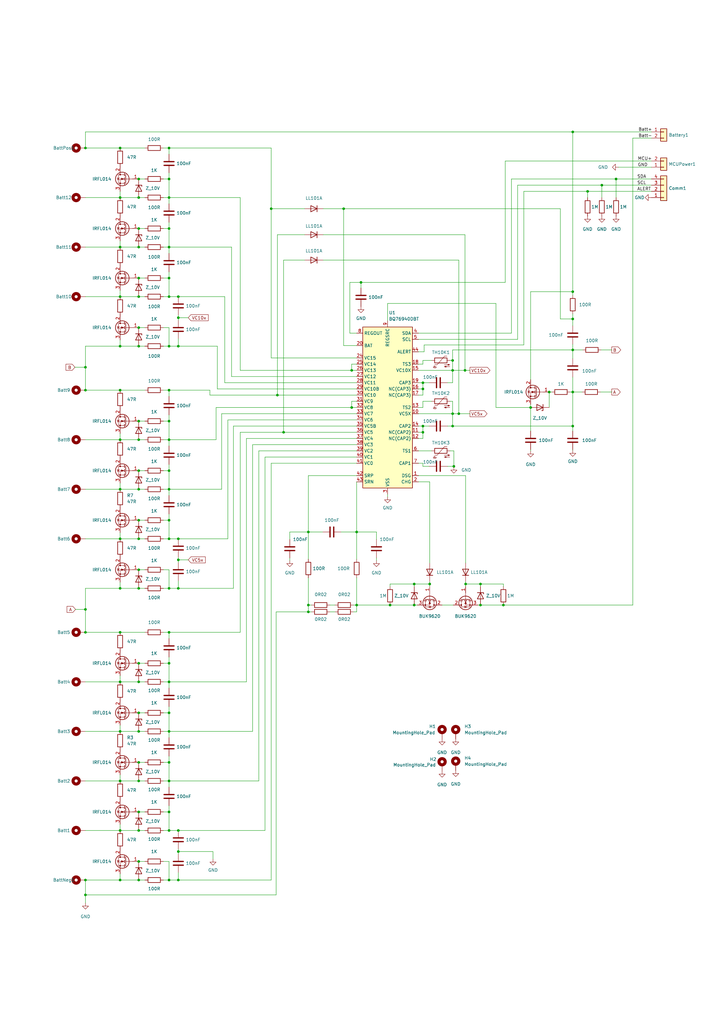
<source format=kicad_sch>
(kicad_sch (version 20211123) (generator eeschema)
  (paper "A3" portrait)
  (junction (at 56.896 141.986))
  (junction (at 69.342 141.986))
  (junction (at 126.492 218.186))
  (junction (at 49.276 360.934))
  (junction (at 234.95 160.782))
  (junction (at 116.332 177.292))
  (junction (at 49.276 180.34))
  (junction (at 49.276 81.026))
  (junction (at 69.342 299.974))
  (junction (at 49.276 340.614))
  (junction (at 49.276 141.986))
  (junction (at 56.896 114.046))
  (junction (at 69.342 172.72))
  (junction (at 176.276 239.522))
  (junction (at 56.896 93.726))
  (junction (at 49.276 241.3))
  (junction (at 69.342 292.354))
  (junction (at 69.342 320.294))
  (junction (at 69.342 160.02))
  (junction (at 173.482 174.752))
  (junction (at 241.046 78.486))
  (junction (at 69.342 272.034))
  (junction (at 126.492 250.952))
  (junction (at 69.342 73.406))
  (junction (at 49.276 101.346))
  (junction (at 56.896 233.68))
  (junction (at 173.482 156.972))
  (junction (at 69.342 340.614))
  (junction (at 73.152 220.98))
  (junction (at 190.754 151.892))
  (junction (at 56.896 360.934))
  (junction (at 56.896 134.366))
  (junction (at 49.276 259.334))
  (junction (at 69.342 312.674))
  (junction (at 173.482 177.292))
  (junction (at 160.02 248.158))
  (junction (at 69.342 213.36))
  (junction (at 69.342 360.934))
  (junction (at 126.492 248.158))
  (junction (at 206.502 248.158))
  (junction (at 35.052 259.334))
  (junction (at 35.052 249.936))
  (junction (at 56.896 279.654))
  (junction (at 69.342 279.654))
  (junction (at 73.152 241.3))
  (junction (at 56.896 121.666))
  (junction (at 56.896 180.34))
  (junction (at 173.482 159.512))
  (junction (at 146.304 218.186))
  (junction (at 73.152 340.614))
  (junction (at 185.674 169.672))
  (junction (at 56.896 320.294))
  (junction (at 69.342 114.046))
  (junction (at 56.896 312.674))
  (junction (at 35.052 160.02))
  (junction (at 56.896 332.994))
  (junction (at 73.152 360.934))
  (junction (at 69.342 81.026))
  (junction (at 148.082 115.824))
  (junction (at 246.888 75.946))
  (junction (at 234.95 143.51))
  (junction (at 69.342 121.666))
  (junction (at 69.342 60.706))
  (junction (at 35.052 367.03))
  (junction (at 56.896 353.314))
  (junction (at 69.342 101.346))
  (junction (at 185.674 147.828))
  (junction (at 56.896 200.66))
  (junction (at 191.008 239.522))
  (junction (at 56.896 220.98))
  (junction (at 49.276 320.294))
  (junction (at 56.896 213.36))
  (junction (at 197.104 239.522))
  (junction (at 56.896 101.346))
  (junction (at 49.276 160.02))
  (junction (at 49.276 121.666))
  (junction (at 35.052 150.622))
  (junction (at 73.152 141.986))
  (junction (at 197.104 248.158))
  (junction (at 49.276 220.98))
  (junction (at 234.95 174.752))
  (junction (at 146.304 248.158))
  (junction (at 73.152 130.302))
  (junction (at 169.926 239.522))
  (junction (at 69.342 180.34))
  (junction (at 49.276 60.706))
  (junction (at 56.896 299.974))
  (junction (at 35.052 60.706))
  (junction (at 111.252 85.598))
  (junction (at 69.342 220.98))
  (junction (at 56.896 292.354))
  (junction (at 49.276 200.66))
  (junction (at 186.182 191.262))
  (junction (at 252.73 73.406))
  (junction (at 234.95 119.634))
  (junction (at 234.95 130.81))
  (junction (at 234.95 54.102))
  (junction (at 225.298 160.782))
  (junction (at 188.214 169.672))
  (junction (at 140.97 85.598))
  (junction (at 217.678 167.132))
  (junction (at 144.272 151.892))
  (junction (at 56.896 73.406))
  (junction (at 73.152 229.616))
  (junction (at 56.896 241.3))
  (junction (at 144.272 167.132))
  (junction (at 169.926 248.158))
  (junction (at 69.342 93.726))
  (junction (at 35.052 360.934))
  (junction (at 49.276 279.654))
  (junction (at 56.896 172.72))
  (junction (at 73.152 121.666))
  (junction (at 185.674 151.892))
  (junction (at 69.342 332.994))
  (junction (at 185.674 174.752))
  (junction (at 56.896 81.026))
  (junction (at 69.342 259.334))
  (junction (at 69.342 241.3))
  (junction (at 69.342 193.04))
  (junction (at 113.792 162.052))
  (junction (at 69.342 200.66))
  (junction (at 56.896 340.614))
  (junction (at 56.896 272.034))
  (junction (at 73.152 349.25))
  (junction (at 49.276 299.974))
  (junction (at 56.896 193.04))
  (wire (pts (xy 188.214 106.68) (xy 188.214 169.672)))
  (wire (pts (xy 49.276 101.346) (xy 56.896 101.346)))
  (wire (pts (xy 140.97 85.598) (xy 140.97 141.732)))
  (wire (pts (xy 185.674 147.828) (xy 185.674 151.892)))
  (wire (pts (xy 192.786 169.672) (xy 188.214 169.672)))
  (wire (pts (xy 143.51 115.824) (xy 143.51 136.652)))
  (wire (pts (xy 246.38 160.782) (xy 250.952 160.782)))
  (wire (pts (xy 69.342 200.66) (xy 90.932 200.66)))
  (wire (pts (xy 87.376 349.25) (xy 73.152 349.25)))
  (wire (pts (xy 146.304 248.158) (xy 160.02 248.158)))
  (wire (pts (xy 56.896 292.354) (xy 59.436 292.354)))
  (wire (pts (xy 67.056 292.354) (xy 69.342 292.354)))
  (wire (pts (xy 73.152 229.616) (xy 73.152 230.632)))
  (wire (pts (xy 30.734 150.622) (xy 35.052 150.622)))
  (wire (pts (xy 217.678 167.132) (xy 217.678 176.784)))
  (wire (pts (xy 171.704 156.972) (xy 173.482 156.972)))
  (wire (pts (xy 35.052 150.622) (xy 35.052 160.02)))
  (wire (pts (xy 126.492 250.952) (xy 113.284 250.952)))
  (wire (pts (xy 69.342 141.986) (xy 67.056 141.986)))
  (wire (pts (xy 234.95 143.51) (xy 185.674 143.51)))
  (wire (pts (xy 73.152 349.25) (xy 73.152 350.266)))
  (wire (pts (xy 56.896 213.36) (xy 59.436 213.36)))
  (wire (pts (xy 146.304 197.612) (xy 146.304 218.186)))
  (wire (pts (xy 135.382 250.952) (xy 137.414 250.952)))
  (wire (pts (xy 49.276 220.98) (xy 35.052 220.98)))
  (wire (pts (xy 98.552 151.892) (xy 144.272 151.892)))
  (wire (pts (xy 67.056 312.674) (xy 69.342 312.674)))
  (wire (pts (xy 171.704 197.612) (xy 176.276 197.612)))
  (wire (pts (xy 185.674 164.592) (xy 185.674 169.672)))
  (wire (pts (xy 35.052 60.706) (xy 35.052 54.102)))
  (wire (pts (xy 69.342 310.134) (xy 69.342 312.674)))
  (wire (pts (xy 217.678 167.132) (xy 203.454 167.132)))
  (wire (pts (xy 69.342 190.5) (xy 69.342 193.04)))
  (wire (pts (xy 56.896 180.34) (xy 59.436 180.34)))
  (wire (pts (xy 56.896 279.654) (xy 59.436 279.654)))
  (wire (pts (xy 56.896 312.674) (xy 59.436 312.674)))
  (wire (pts (xy 56.896 114.046) (xy 59.436 114.046)))
  (wire (pts (xy 49.276 279.654) (xy 56.896 279.654)))
  (wire (pts (xy 106.172 184.912) (xy 106.172 320.294)))
  (wire (pts (xy 146.304 151.892) (xy 144.272 151.892)))
  (wire (pts (xy 259.588 56.642) (xy 259.588 248.158)))
  (wire (pts (xy 160.02 239.522) (xy 169.926 239.522)))
  (wire (pts (xy 67.056 121.666) (xy 69.342 121.666)))
  (wire (pts (xy 146.304 195.072) (xy 126.492 195.072)))
  (wire (pts (xy 49.276 259.334) (xy 59.436 259.334)))
  (wire (pts (xy 169.926 239.522) (xy 169.926 240.538)))
  (wire (pts (xy 146.304 187.452) (xy 108.712 187.452)))
  (wire (pts (xy 173.482 179.832) (xy 173.482 177.292)))
  (wire (pts (xy 56.896 360.934) (xy 59.436 360.934)))
  (wire (pts (xy 173.482 149.352) (xy 171.704 149.352)))
  (wire (pts (xy 67.056 193.04) (xy 69.342 193.04)))
  (wire (pts (xy 94.996 154.432) (xy 146.304 154.432)))
  (wire (pts (xy 69.342 299.974) (xy 103.632 299.974)))
  (wire (pts (xy 145.034 250.952) (xy 146.304 250.952)))
  (wire (pts (xy 86.106 162.052) (xy 86.106 160.02)))
  (wire (pts (xy 56.896 332.994) (xy 59.436 332.994)))
  (wire (pts (xy 173.482 147.828) (xy 173.482 149.352)))
  (wire (pts (xy 67.056 272.034) (xy 69.342 272.034)))
  (wire (pts (xy 69.342 289.814) (xy 69.342 292.354)))
  (wire (pts (xy 103.632 182.372) (xy 103.632 299.974)))
  (wire (pts (xy 173.482 167.132) (xy 171.704 167.132)))
  (wire (pts (xy 159.004 202.692) (xy 159.004 203.708)))
  (wire (pts (xy 69.342 172.72) (xy 69.342 180.34)))
  (wire (pts (xy 132.588 96.266) (xy 190.754 96.266)))
  (wire (pts (xy 108.712 187.452) (xy 108.712 340.614)))
  (wire (pts (xy 49.276 360.934) (xy 49.276 358.394)))
  (wire (pts (xy 69.342 180.34) (xy 88.646 180.34)))
  (wire (pts (xy 67.056 81.026) (xy 69.342 81.026)))
  (wire (pts (xy 69.342 279.654) (xy 101.092 279.654)))
  (wire (pts (xy 69.342 91.186) (xy 69.342 93.726)))
  (wire (pts (xy 154.432 218.186) (xy 146.304 218.186)))
  (wire (pts (xy 207.264 115.824) (xy 207.264 66.04)))
  (wire (pts (xy 56.896 93.726) (xy 59.436 93.726)))
  (wire (pts (xy 144.272 164.592) (xy 146.304 164.592)))
  (wire (pts (xy 126.492 236.982) (xy 126.492 248.158)))
  (wire (pts (xy 67.056 101.346) (xy 69.342 101.346)))
  (wire (pts (xy 49.276 81.026) (xy 56.896 81.026)))
  (wire (pts (xy 56.896 220.98) (xy 59.436 220.98)))
  (wire (pts (xy 35.052 54.102) (xy 234.95 54.102)))
  (wire (pts (xy 49.276 141.986) (xy 49.276 139.446)))
  (wire (pts (xy 73.152 238.252) (xy 73.152 241.3)))
  (wire (pts (xy 49.276 259.334) (xy 35.052 259.334)))
  (wire (pts (xy 173.99 141.478) (xy 173.99 144.272)))
  (wire (pts (xy 144.272 167.132) (xy 144.272 164.592)))
  (wire (pts (xy 176.276 239.522) (xy 169.926 239.522)))
  (wire (pts (xy 191.008 239.522) (xy 191.008 240.538)))
  (wire (pts (xy 69.342 114.046) (xy 69.342 121.666)))
  (wire (pts (xy 89.154 159.512) (xy 89.154 141.986)))
  (wire (pts (xy 144.272 149.352) (xy 144.272 151.892)))
  (wire (pts (xy 173.482 156.972) (xy 173.482 159.512)))
  (wire (pts (xy 145.034 248.158) (xy 146.304 248.158)))
  (wire (pts (xy 56.896 360.934) (xy 49.276 360.934)))
  (wire (pts (xy 98.552 151.892) (xy 98.552 81.026)))
  (wire (pts (xy 95.758 241.3) (xy 73.152 241.3)))
  (wire (pts (xy 173.482 156.972) (xy 176.022 156.972)))
  (wire (pts (xy 146.304 218.186) (xy 146.304 229.362)))
  (wire (pts (xy 95.758 174.752) (xy 95.758 241.3)))
  (wire (pts (xy 69.342 160.02) (xy 86.106 160.02)))
  (wire (pts (xy 186.182 191.262) (xy 183.642 191.262)))
  (wire (pts (xy 56.896 220.98) (xy 49.276 220.98)))
  (wire (pts (xy 73.152 130.302) (xy 77.216 130.302)))
  (wire (pts (xy 49.276 121.666) (xy 49.276 119.126)))
  (wire (pts (xy 73.152 228.6) (xy 73.152 229.616)))
  (wire (pts (xy 111.252 360.934) (xy 73.152 360.934)))
  (wire (pts (xy 214.884 141.478) (xy 214.884 78.486)))
  (wire (pts (xy 49.276 340.614) (xy 35.052 340.614)))
  (wire (pts (xy 160.02 248.158) (xy 169.926 248.158)))
  (wire (pts (xy 69.342 332.994) (xy 69.342 340.614)))
  (wire (pts (xy 89.154 141.986) (xy 73.152 141.986)))
  (wire (pts (xy 69.342 259.334) (xy 98.552 259.334)))
  (wire (pts (xy 69.342 210.82) (xy 69.342 213.36)))
  (wire (pts (xy 56.896 81.026) (xy 59.436 81.026)))
  (wire (pts (xy 69.342 81.026) (xy 98.552 81.026)))
  (wire (pts (xy 229.87 130.81) (xy 229.87 85.598)))
  (wire (pts (xy 173.482 174.752) (xy 173.482 177.292)))
  (wire (pts (xy 49.276 121.666) (xy 35.052 121.666)))
  (wire (pts (xy 173.482 164.592) (xy 173.482 167.132)))
  (wire (pts (xy 197.104 240.538) (xy 197.104 239.522)))
  (wire (pts (xy 56.896 340.614) (xy 49.276 340.614)))
  (wire (pts (xy 206.502 239.522) (xy 197.104 239.522)))
  (wire (pts (xy 69.342 330.454) (xy 69.342 332.994)))
  (wire (pts (xy 35.052 141.986) (xy 35.052 150.622)))
  (wire (pts (xy 69.342 279.654) (xy 69.342 282.194)))
  (wire (pts (xy 148.082 118.11) (xy 148.082 115.824)))
  (wire (pts (xy 203.454 124.46) (xy 159.004 124.46)))
  (wire (pts (xy 49.276 200.66) (xy 35.052 200.66)))
  (wire (pts (xy 185.674 151.892) (xy 190.754 151.892)))
  (wire (pts (xy 127.762 250.952) (xy 126.492 250.952)))
  (wire (pts (xy 140.97 141.732) (xy 146.304 141.732)))
  (wire (pts (xy 225.298 160.782) (xy 225.298 167.132)))
  (wire (pts (xy 69.342 134.366) (xy 69.342 141.986)))
  (wire (pts (xy 184.658 164.592) (xy 185.674 164.592)))
  (wire (pts (xy 88.646 167.132) (xy 144.272 167.132)))
  (wire (pts (xy 56.896 193.04) (xy 59.436 193.04)))
  (wire (pts (xy 69.342 170.18) (xy 69.342 172.72)))
  (wire (pts (xy 69.342 312.674) (xy 69.342 320.294)))
  (wire (pts (xy 49.276 220.98) (xy 49.276 218.44)))
  (wire (pts (xy 67.056 160.02) (xy 69.342 160.02)))
  (wire (pts (xy 49.276 299.974) (xy 49.276 297.434)))
  (wire (pts (xy 49.276 200.66) (xy 49.276 198.12)))
  (wire (pts (xy 181.356 248.158) (xy 185.928 248.158)))
  (wire (pts (xy 69.342 60.706) (xy 111.252 60.706)))
  (wire (pts (xy 259.588 56.642) (xy 267.208 56.642)))
  (wire (pts (xy 173.482 177.292) (xy 171.704 177.292)))
  (wire (pts (xy 67.056 213.36) (xy 69.342 213.36)))
  (wire (pts (xy 217.678 184.404) (xy 217.678 184.912)))
  (wire (pts (xy 56.896 272.034) (xy 59.436 272.034)))
  (wire (pts (xy 67.056 93.726) (xy 69.342 93.726)))
  (wire (pts (xy 185.674 174.752) (xy 234.95 174.752)))
  (wire (pts (xy 69.342 353.314) (xy 69.342 360.934)))
  (wire (pts (xy 246.634 143.51) (xy 250.952 143.51)))
  (wire (pts (xy 67.056 60.706) (xy 69.342 60.706)))
  (wire (pts (xy 148.082 115.824) (xy 207.264 115.824)))
  (wire (pts (xy 92.202 156.972) (xy 146.304 156.972)))
  (wire (pts (xy 184.658 184.912) (xy 186.182 184.912)))
  (wire (pts (xy 67.056 200.66) (xy 69.342 200.66)))
  (wire (pts (xy 89.154 159.512) (xy 146.304 159.512)))
  (wire (pts (xy 190.754 96.266) (xy 190.754 151.892)))
  (wire (pts (xy 234.95 143.51) (xy 239.014 143.51)))
  (wire (pts (xy 30.988 249.936) (xy 35.052 249.936)))
  (wire (pts (xy 173.99 144.272) (xy 171.704 144.272)))
  (wire (pts (xy 126.492 218.186) (xy 118.872 218.186)))
  (wire (pts (xy 67.056 233.68) (xy 69.342 233.68)))
  (wire (pts (xy 183.642 174.752) (xy 185.674 174.752)))
  (wire (pts (xy 146.304 218.186) (xy 139.954 218.186)))
  (wire (pts (xy 171.704 174.752) (xy 173.482 174.752)))
  (wire (pts (xy 69.342 93.726) (xy 69.342 101.346)))
  (wire (pts (xy 143.51 115.824) (xy 148.082 115.824)))
  (wire (pts (xy 146.304 149.352) (xy 144.272 149.352)))
  (wire (pts (xy 225.298 160.782) (xy 226.314 160.782)))
  (wire (pts (xy 173.99 141.478) (xy 214.884 141.478)))
  (wire (pts (xy 67.056 73.406) (xy 69.342 73.406)))
  (wire (pts (xy 69.342 73.406) (xy 69.342 81.026)))
  (wire (pts (xy 67.056 220.98) (xy 69.342 220.98)))
  (wire (pts (xy 116.332 177.292) (xy 98.552 177.292)))
  (wire (pts (xy 49.276 279.654) (xy 49.276 277.114)))
  (wire (pts (xy 246.888 75.946) (xy 246.888 81.026)))
  (wire (pts (xy 49.276 299.974) (xy 56.896 299.974)))
  (wire (pts (xy 73.152 348.234) (xy 73.152 349.25)))
  (wire (pts (xy 234.95 54.102) (xy 267.208 54.102)))
  (wire (pts (xy 185.674 174.752) (xy 185.674 169.672)))
  (wire (pts (xy 146.304 162.052) (xy 113.792 162.052)))
  (wire (pts (xy 73.152 130.302) (xy 73.152 131.318)))
  (wire (pts (xy 56.896 241.3) (xy 49.276 241.3)))
  (wire (pts (xy 49.276 180.34) (xy 35.052 180.34)))
  (wire (pts (xy 49.276 200.66) (xy 56.896 200.66)))
  (wire (pts (xy 73.152 360.934) (xy 69.342 360.934)))
  (wire (pts (xy 176.276 197.612) (xy 176.276 230.886)))
  (wire (pts (xy 118.872 228.854) (xy 118.872 229.87)))
  (wire (pts (xy 69.342 320.294) (xy 69.342 322.834)))
  (wire (pts (xy 73.152 129.286) (xy 73.152 130.302)))
  (wire (pts (xy 56.896 200.66) (xy 59.436 200.66)))
  (wire (pts (xy 69.342 193.04) (xy 69.342 200.66)))
  (wire (pts (xy 73.152 141.986) (xy 69.342 141.986)))
  (wire (pts (xy 69.342 111.506) (xy 69.342 114.046)))
  (wire (pts (xy 98.552 177.292) (xy 98.552 259.334)))
  (wire (pts (xy 252.73 73.406) (xy 267.208 73.406)))
  (wire (pts (xy 217.678 155.702) (xy 217.678 119.634)))
  (wire (pts (xy 197.104 239.522) (xy 191.008 239.522)))
  (wire (pts (xy 69.342 340.614) (xy 73.152 340.614)))
  (wire (pts (xy 124.968 96.266) (xy 113.792 96.266)))
  (wire (pts (xy 56.896 353.314) (xy 59.436 353.314)))
  (wire (pts (xy 146.304 179.832) (xy 101.092 179.832)))
  (wire (pts (xy 177.038 164.592) (xy 173.482 164.592)))
  (wire (pts (xy 56.896 233.68) (xy 59.436 233.68)))
  (wire (pts (xy 146.304 167.132) (xy 144.272 167.132)))
  (wire (pts (xy 171.704 139.192) (xy 212.344 139.192)))
  (wire (pts (xy 212.344 139.192) (xy 212.344 75.946)))
  (wire (pts (xy 67.056 353.314) (xy 69.342 353.314)))
  (wire (pts (xy 49.276 160.02) (xy 35.052 160.02)))
  (wire (pts (xy 69.342 101.346) (xy 69.342 103.886)))
  (wire (pts (xy 35.052 360.934) (xy 49.276 360.934)))
  (wire (pts (xy 67.056 299.974) (xy 69.342 299.974)))
  (wire (pts (xy 206.502 248.158) (xy 259.588 248.158)))
  (wire (pts (xy 234.95 130.81) (xy 229.87 130.81)))
  (wire (pts (xy 56.896 101.346) (xy 59.436 101.346)))
  (wire (pts (xy 35.052 241.3) (xy 35.052 249.936)))
  (wire (pts (xy 185.674 169.672) (xy 188.214 169.672)))
  (wire (pts (xy 67.056 340.614) (xy 69.342 340.614)))
  (wire (pts (xy 69.342 360.934) (xy 67.056 360.934)))
  (wire (pts (xy 171.704 151.892) (xy 185.674 151.892)))
  (wire (pts (xy 171.704 179.832) (xy 173.482 179.832)))
  (wire (pts (xy 67.056 332.994) (xy 69.342 332.994)))
  (wire (pts (xy 69.342 213.36) (xy 69.342 220.98)))
  (wire (pts (xy 234.95 143.51) (xy 234.95 147.066)))
  (wire (pts (xy 234.95 174.752) (xy 234.95 176.784)))
  (wire (pts (xy 67.056 114.046) (xy 69.342 114.046)))
  (wire (pts (xy 56.896 172.72) (xy 59.436 172.72)))
  (wire (pts (xy 171.704 159.512) (xy 173.482 159.512)))
  (wire (pts (xy 92.202 156.972) (xy 92.202 121.666)))
  (wire (pts (xy 49.276 320.294) (xy 56.896 320.294)))
  (wire (pts (xy 160.02 240.538) (xy 160.02 239.522)))
  (wire (pts (xy 93.472 220.98) (xy 73.152 220.98)))
  (wire (pts (xy 49.276 299.974) (xy 35.052 299.974)))
  (wire (pts (xy 154.432 221.234) (xy 154.432 218.186)))
  (wire (pts (xy 234.95 128.778) (xy 234.95 130.81)))
  (wire (pts (xy 111.252 85.598) (xy 111.252 60.706)))
  (wire (pts (xy 126.492 195.072) (xy 126.492 218.186)))
  (wire (pts (xy 171.704 169.672) (xy 185.674 169.672)))
  (wire (pts (xy 234.95 119.634) (xy 234.95 121.158)))
  (wire (pts (xy 92.202 121.666) (xy 73.152 121.666)))
  (wire (pts (xy 234.95 154.686) (xy 234.95 160.782)))
  (wire (pts (xy 67.056 279.654) (xy 69.342 279.654)))
  (wire (pts (xy 69.342 220.98) (xy 73.152 220.98)))
  (wire (pts (xy 69.342 121.666) (xy 73.152 121.666)))
  (wire (pts (xy 118.872 218.186) (xy 118.872 221.234)))
  (wire (pts (xy 146.304 250.952) (xy 146.304 248.158)))
  (wire (pts (xy 186.182 191.516) (xy 186.182 191.262)))
  (wire (pts (xy 183.642 156.972) (xy 185.674 156.972)))
  (wire (pts (xy 56.896 141.986) (xy 49.276 141.986)))
  (wire (pts (xy 132.334 218.186) (xy 126.492 218.186)))
  (wire (pts (xy 94.996 154.432) (xy 94.996 101.346)))
  (wire (pts (xy 35.052 367.03) (xy 35.052 370.332)))
  (wire (pts (xy 176.022 191.262) (xy 173.482 191.262)))
  (wire (pts (xy 234.95 130.81) (xy 234.95 133.604)))
  (wire (pts (xy 90.932 169.672) (xy 146.304 169.672)))
  (wire (pts (xy 234.95 54.102) (xy 234.95 119.634)))
  (wire (pts (xy 176.276 240.538) (xy 176.276 239.522)))
  (wire (pts (xy 146.304 184.912) (xy 106.172 184.912)))
  (wire (pts (xy 234.95 160.782) (xy 234.95 174.752)))
  (wire (pts (xy 214.884 78.486) (xy 241.046 78.486)))
  (wire (pts (xy 146.304 189.992) (xy 111.252 189.992)))
  (wire (pts (xy 69.342 269.494) (xy 69.342 272.034)))
  (wire (pts (xy 241.046 78.486) (xy 267.208 78.486)))
  (wire (pts (xy 173.482 191.262) (xy 173.482 189.992)))
  (wire (pts (xy 49.276 60.706) (xy 35.052 60.706)))
  (wire (pts (xy 49.276 320.294) (xy 49.276 317.754)))
  (wire (pts (xy 67.056 172.72) (xy 69.342 172.72)))
  (wire (pts (xy 69.342 272.034) (xy 69.342 279.654)))
  (wire (pts (xy 176.276 238.506) (xy 176.276 239.522)))
  (wire (pts (xy 217.678 165.862) (xy 217.678 167.132)))
  (wire (pts (xy 234.95 184.404) (xy 234.95 184.658)))
  (wire (pts (xy 171.704 195.072) (xy 191.008 195.072)))
  (wire (pts (xy 69.342 320.294) (xy 106.172 320.294)))
  (wire (pts (xy 56.896 121.666) (xy 59.436 121.666)))
  (wire (pts (xy 69.342 70.866) (xy 69.342 73.406)))
  (wire (pts (xy 35.052 141.986) (xy 49.276 141.986)))
  (wire (pts (xy 241.046 78.486) (xy 241.046 81.026)))
  (wire (pts (xy 113.284 250.952) (xy 113.284 367.03)))
  (wire (pts (xy 67.056 180.34) (xy 69.342 180.34)))
  (wire (pts (xy 73.152 138.938) (xy 73.152 141.986)))
  (wire (pts (xy 159.004 124.46) (xy 159.004 131.572)))
  (wire (pts (xy 56.896 73.406) (xy 59.436 73.406)))
  (wire (pts (xy 186.182 184.912) (xy 186.182 191.262)))
  (wire (pts (xy 69.342 160.02) (xy 69.342 162.56)))
  (wire (pts (xy 233.934 160.782) (xy 234.95 160.782)))
  (wire (pts (xy 49.276 60.706) (xy 59.436 60.706)))
  (wire (pts (xy 146.304 174.752) (xy 95.758 174.752)))
  (wire (pts (xy 69.342 241.3) (xy 67.056 241.3)))
  (wire (pts (xy 126.492 250.952) (xy 126.492 248.158)))
  (wire (pts (xy 143.51 136.652) (xy 146.304 136.652)))
  (wire (pts (xy 101.092 179.832) (xy 101.092 279.654)))
  (wire (pts (xy 185.674 156.972) (xy 185.674 151.892)))
  (wire (pts (xy 56.896 340.614) (xy 59.436 340.614)))
  (wire (pts (xy 49.276 340.614) (xy 49.276 338.074)))
  (wire (pts (xy 69.342 292.354) (xy 69.342 299.974)))
  (wire (pts (xy 90.932 169.672) (xy 90.932 200.66)))
  (wire (pts (xy 67.056 134.366) (xy 69.342 134.366)))
  (wire (pts (xy 111.252 189.992) (xy 111.252 360.934)))
  (wire (pts (xy 234.95 160.782) (xy 238.76 160.782)))
  (wire (pts (xy 69.342 299.974) (xy 69.342 302.514)))
  (wire (pts (xy 56.896 121.666) (xy 49.276 121.666)))
  (wire (pts (xy 126.492 218.186) (xy 126.492 229.362)))
  (wire (pts (xy 185.674 143.51) (xy 185.674 147.828)))
  (wire (pts (xy 49.276 180.34) (xy 56.896 180.34)))
  (wire (pts (xy 73.152 241.3) (xy 69.342 241.3)))
  (wire (pts (xy 173.482 189.992) (xy 171.704 189.992)))
  (wire (pts (xy 191.008 238.506) (xy 191.008 239.522)))
  (wire (pts (xy 35.052 367.03) (xy 35.052 360.934)))
  (wire (pts (xy 49.276 241.3) (xy 49.276 238.76)))
  (wire (pts (xy 56.896 134.366) (xy 59.436 134.366)))
  (wire (pts (xy 132.588 85.598) (xy 140.97 85.598)))
  (wire (pts (xy 73.152 229.616) (xy 77.216 229.616)))
  (wire (pts (xy 113.284 367.03) (xy 35.052 367.03)))
  (wire (pts (xy 212.344 75.946) (xy 246.888 75.946)))
  (wire (pts (xy 67.056 259.334) (xy 69.342 259.334)))
  (wire (pts (xy 146.304 236.982) (xy 146.304 248.158)))
  (wire (pts (xy 49.276 101.346) (xy 35.052 101.346)))
  (wire (pts (xy 146.304 146.812) (xy 111.252 146.812)))
  (wire (pts (xy 173.482 162.052) (xy 173.482 159.512)))
  (wire (pts (xy 154.432 228.854) (xy 154.432 229.87)))
  (wire (pts (xy 73.152 357.886) (xy 73.152 360.934)))
  (wire (pts (xy 69.342 81.026) (xy 69.342 83.566)))
  (wire (pts (xy 207.264 66.04) (xy 267.208 66.04)))
  (wire (pts (xy 56.896 299.974) (xy 59.436 299.974)))
  (wire (pts (xy 93.472 172.212) (xy 93.472 220.98)))
  (wire (pts (xy 56.896 241.3) (xy 59.436 241.3)))
  (wire (pts (xy 146.304 177.292) (xy 116.332 177.292)))
  (wire (pts (xy 49.276 320.294) (xy 35.052 320.294)))
  (wire (pts (xy 108.712 340.614) (xy 73.152 340.614)))
  (wire (pts (xy 67.056 320.294) (xy 69.342 320.294)))
  (wire (pts (xy 88.646 167.132) (xy 88.646 180.34)))
  (wire (pts (xy 56.896 320.294) (xy 59.436 320.294)))
  (wire (pts (xy 229.87 85.598) (xy 140.97 85.598)))
  (wire (pts (xy 132.588 106.68) (xy 188.214 106.68)))
  (wire (pts (xy 184.658 147.828) (xy 185.674 147.828)))
  (wire (pts (xy 49.276 180.34) (xy 49.276 177.8)))
  (wire (pts (xy 69.342 180.34) (xy 69.342 182.88)))
  (wire (pts (xy 173.482 174.752) (xy 176.022 174.752)))
  (wire (pts (xy 234.95 141.224) (xy 234.95 143.51)))
  (wire (pts (xy 87.376 352.298) (xy 87.376 349.25)))
  (wire (pts (xy 209.804 73.406) (xy 252.73 73.406)))
  (wire (pts (xy 126.492 248.158) (xy 127.762 248.158)))
  (wire (pts (xy 49.276 81.026) (xy 49.276 78.486)))
  (wire (pts (xy 113.792 96.266) (xy 113.792 162.052)))
  (wire (pts (xy 196.088 248.158) (xy 197.104 248.158)))
  (wire (pts (xy 35.052 249.936) (xy 35.052 259.334)))
  (wire (pts (xy 146.304 182.372) (xy 103.632 182.372)))
  (wire (pts (xy 146.304 172.212) (xy 93.472 172.212)))
  (wire (pts (xy 69.342 60.706) (xy 69.342 63.246)))
  (wire (pts (xy 171.704 162.052) (xy 173.482 162.052)))
  (wire (pts (xy 171.704 136.652) (xy 209.804 136.652)))
  (wire (pts (xy 203.454 167.132) (xy 203.454 124.46)))
  (wire (pts (xy 169.926 248.158) (xy 171.196 248.158)))
  (wire (pts (xy 217.678 119.634) (xy 234.95 119.634)))
  (wire (pts (xy 49.276 101.346) (xy 49.276 98.806)))
  (wire (pts (xy 171.704 184.912) (xy 177.038 184.912)))
  (wire (pts (xy 56.896 141.986) (xy 59.436 141.986)))
  (wire (pts (xy 69.342 233.68) (xy 69.342 241.3)))
  (wire (pts (xy 49.276 279.654) (xy 35.052 279.654)))
  (wire (pts (xy 177.038 147.828) (xy 173.482 147.828)))
  (wire (pts (xy 246.888 75.946) (xy 267.208 75.946)))
  (wire (pts (xy 69.342 259.334) (xy 69.342 261.874)))
  (wire (pts (xy 135.382 248.158) (xy 137.414 248.158)))
  (wire (pts (xy 124.968 106.68) (xy 116.332 106.68)))
  (wire (pts (xy 197.104 248.158) (xy 206.502 248.158)))
  (wire (pts (xy 49.276 160.02) (xy 59.436 160.02)))
  (wire (pts (xy 116.332 106.68) (xy 116.332 177.292)))
  (wire (pts (xy 209.804 136.652) (xy 209.804 73.406)))
  (wire (pts (xy 111.252 146.812) (xy 111.252 85.598)))
  (wire (pts (xy 49.276 81.026) (xy 35.052 81.026)))
  (wire (pts (xy 190.754 151.892) (xy 192.786 151.892)))
  (wire (pts (xy 111.252 85.598) (xy 124.968 85.598)))
  (wire (pts (xy 206.502 240.538) (xy 206.502 239.522)))
  (wire (pts (xy 86.106 162.052) (xy 113.792 162.052)))
  (wire (pts (xy 69.342 101.346) (xy 94.996 101.346)))
  (wire (pts (xy 252.73 73.406) (xy 252.73 81.026)))
  (wire (pts (xy 69.342 200.66) (xy 69.342 203.2)))
  (wire (pts (xy 253.746 68.58) (xy 267.208 68.58)))
  (wire (pts (xy 35.052 241.3) (xy 49.276 241.3)))
  (wire (pts (xy 191.008 195.072) (xy 191.008 230.886)))
  (label "SDA" (at 261.366 73.406 0))
  (label "Batt+" (at 261.874 54.102 0))
  (label "MCU+" (at 261.62 66.04 0))
  (label "GND" (at 261.62 68.58 0))
  (label "SCL" (at 261.366 75.946 0))
  (label "Batt-" (at 261.874 56.642 0))
  (label "ALERT" (at 261.366 78.486 0))
  (global_label "VC5x" (shape output) (at 192.786 169.672 0) (property "Intersheet References" "${INTERSHEET_REFS}" (effects hide)))
  (global_label "B" (shape input) (at 30.734 150.622 180) (property "Intersheet References" "${INTERSHEET_REFS}" (effects hide)))
  (global_label "B" (shape output) (at 250.952 143.51 0) (property "Intersheet References" "${INTERSHEET_REFS}" (effects hide)))
  (global_label "VC10x" (shape input) (at 77.216 130.302 0) (property "Intersheet References" "${INTERSHEET_REFS}" (effects hide)))
  (global_label "VC10x" (shape output) (at 192.786 151.892 0) (property "Intersheet References" "${INTERSHEET_REFS}" (effects hide)))
  (global_label "VC5x" (shape input) (at 77.216 229.616 0) (property "Intersheet References" "${INTERSHEET_REFS}" (effects hide)))
  (global_label "A" (shape output) (at 250.952 160.782 0) (property "Intersheet References" "${INTERSHEET_REFS}" (effects hide)))
  (global_label "A" (shape input) (at 30.988 249.936 180) (property "Intersheet References" "${INTERSHEET_REFS}" (effects hide)))
  (symbol (lib_id "Transistor_FET:NDT3055L") (at 51.816 213.36 0) (mirror y) (unit 1)
    (property "Reference" "Q7" (effects hide))
    (property "Value" "IRFL014" (at 45.72 213.3599 0) (effects (justify left)))
    (property "Footprint" "Package_TO_SOT_SMD:SOT-223-3_TabPin2" (effects hide))
    (property "Datasheet" "https://www.onsemi.com/pdf/datasheet/ndt3055l-d.pdf" (effects hide))
  )
  (symbol (lib_id "power:GND") (at 87.376 352.298 0) (unit 1)
    (property "Reference" "#PWR0107" (effects hide))
    (property "Value" "GND" (at 87.376 356.87 0))
  )
  (symbol (lib_id "Device:C") (at 69.342 186.69 0) (unit 1)
    (property "Reference" "C5" (effects hide))
    (property "Value" "100nF" (at 72.39 186.6899 0) (effects (justify left)))
    (property "Footprint" "Capacitor_SMD:C_1206_3216Metric" (effects hide))
  )
  (symbol (lib_id "Device:C") (at 73.152 125.476 0) (unit 1)
    (property "Reference" "C11" (effects hide))
    (property "Value" "100nF" (at 76.2 125.4759 0) (effects (justify left)))
    (property "Footprint" "Capacitor_SMD:C_1206_3216Metric" (effects hide))
  )
  (symbol (lib_id "Device:D_Zener") (at 56.896 357.124 270) (unit 1)
    (property "Reference" "D1" (effects hide))
    (property "Value" "Z_10V" (at 59.69 357.1239 90) (effects (justify left)))
    (property "Footprint" "Diode_SMD:D_MiniMELF" (effects hide))
  )
  (symbol (lib_id "Device:R") (at 63.246 259.334 90) (unit 1)
    (property "Reference" "R32" (effects hide))
    (property "Value" "100R" (at 63.246 255.27 90))
    (property "Footprint" "Resistor_SMD:R_0805_2012Metric" (effects hide))
  )
  (symbol (lib_id "Device:C") (at 69.342 67.056 0) (unit 1)
    (property "Reference" "C1" (effects hide))
    (property "Value" "100nF" (at 72.39 67.0559 0) (effects (justify left)))
    (property "Footprint" "Capacitor_SMD:C_1206_3216Metric" (effects hide))
  )
  (symbol (lib_id "power:GND") (at 148.082 125.73 0) (unit 1)
    (property "Reference" "#PWR0105" (effects hide))
    (property "Value" "GND" (at 148.082 130.556 0))
  )
  (symbol (lib_id "Device:R") (at 252.73 84.836 180) (unit 1)
    (property "Reference" "R51" (effects hide))
    (property "Value" "1M" (at 254.254 84.836 0) (effects (justify right)))
    (property "Footprint" "Resistor_SMD:R_0805_2012Metric" (effects hide))
  )
  (symbol (lib_id "Device:R") (at 126.492 233.172 180) (unit 1)
    (property "Reference" "R43" (effects hide))
    (property "Value" "100R" (at 128.27 233.1719 0) (effects (justify right)))
    (property "Footprint" "Resistor_SMD:R_0805_2012Metric" (effects hide))
  )
  (symbol (lib_id "Transistor_FET:NDT3055L") (at 51.816 193.04 0) (mirror y) (unit 1)
    (property "Reference" "Q8" (effects hide))
    (property "Value" "IRFL014" (at 45.72 193.0399 0) (effects (justify left)))
    (property "Footprint" "Package_TO_SOT_SMD:SOT-223-3_TabPin2" (effects hide))
    (property "Datasheet" "https://www.onsemi.com/pdf/datasheet/ndt3055l-d.pdf" (effects hide))
  )
  (symbol (lib_id "Device:C") (at 69.342 286.004 0) (unit 1)
    (property "Reference" "C8" (effects hide))
    (property "Value" "100nF" (at 72.39 286.0039 0) (effects (justify left)))
    (property "Footprint" "Capacitor_SMD:C_1206_3216Metric" (effects hide))
  )
  (symbol (lib_id "Device:R") (at 49.276 105.156 0) (unit 1)
    (property "Reference" "R11" (effects hide))
    (property "Value" "47R" (at 52.07 105.1559 0) (effects (justify left)))
    (property "Footprint" "Resistor_SMD:R_2512_6332Metric" (effects hide))
  )
  (symbol (lib_id "Mechanical:MountingHole_Pad") (at 32.512 299.974 90) (unit 1)
    (property "Reference" "Batt3" (at 26.162 299.974 90))
    (property "Value" "MountingHole_Pad" (effects hide))
    (property "Footprint" "TestPoint:TestPoint_Pad_4.0x4.0mm" (effects hide))
  )
  (symbol (lib_id "Mechanical:MountingHole_Pad") (at 32.512 360.934 90) (unit 1)
    (property "Reference" "BattNeg1" (at 26.162 360.934 90))
    (property "Value" "MountingHole_Pad" (effects hide))
    (property "Footprint" "TestPoint:TestPoint_Pad_4.0x4.0mm" (effects hide))
  )
  (symbol (lib_id "Device:D_Zener") (at 56.896 296.164 270) (unit 1)
    (property "Reference" "D4" (effects hide))
    (property "Value" "Z_10V" (at 59.69 296.1639 90) (effects (justify left)))
    (property "Footprint" "Diode_SMD:D_MiniMELF" (effects hide))
  )
  (symbol (lib_id "Device:R") (at 49.276 324.104 0) (unit 1)
    (property "Reference" "R2" (effects hide))
    (property "Value" "47R" (at 52.07 324.1039 0) (effects (justify left)))
    (property "Footprint" "Resistor_SMD:R_2512_6332Metric" (effects hide))
  )
  (symbol (lib_id "power:GND") (at 253.746 68.58 270) (unit 1)
    (property "Reference" "#PWR0108" (effects hide))
    (property "Value" "GND" (at 249.428 68.5799 90) (effects (justify right)))
  )
  (symbol (lib_id "Mechanical:MountingHole_Pad") (at 181.356 313.69 0) (unit 1)
    (property "Reference" "H2" (at 176.276 311.404 0) (effects (justify left)))
    (property "Value" "MountingHole_Pad" (at 161.29 313.69 0) (effects (justify left)))
    (property "Footprint" "MountingHole:MountingHole_3.2mm_M3_Pad_Via" (effects hide))
  )
  (symbol (lib_id "Device:R") (at 49.276 64.516 0) (unit 1)
    (property "Reference" "R13" (effects hide))
    (property "Value" "47R" (at 52.07 64.5159 0) (effects (justify left)))
    (property "Footprint" "Resistor_SMD:R_2512_6332Metric" (effects hide))
  )
  (symbol (lib_id "Device:R") (at 49.276 344.424 0) (unit 1)
    (property "Reference" "R1" (effects hide))
    (property "Value" "47R" (at 52.07 344.4239 0) (effects (justify left)))
    (property "Footprint" "Resistor_SMD:R_2512_6332Metric" (effects hide))
  )
  (symbol (lib_id "Device:C") (at 234.95 180.594 180) (unit 1)
    (property "Reference" "C27" (effects hide))
    (property "Value" "100nF" (at 238.76 180.5939 0) (effects (justify right)))
    (property "Footprint" "Capacitor_SMD:C_1206_3216Metric" (effects hide))
  )
  (symbol (lib_id "Battery_Management:BQ76940DBT") (at 159.004 167.132 0) (mirror y) (unit 1)
    (property "Reference" "U1" (at 159.5246 128.27 0) (effects (justify right)))
    (property "Value" "BQ76940DBT" (at 159.5246 130.81 0) (effects (justify right)))
    (property "Footprint" "Package_SO:TSSOP-44_4.4x11.2mm_P0.5mm" (effects hide))
    (property "Datasheet" "http://www.ti.com/lit/ds/symlink/bq76940.pdf" (effects hide))
  )
  (symbol (lib_id "Mechanical:MountingHole_Pad") (at 186.944 313.436 0) (unit 1)
    (property "Reference" "H4" (at 190.5 310.8959 0) (effects (justify left)))
    (property "Value" "MountingHole_Pad" (at 190.5 313.4359 0) (effects (justify left)))
    (property "Footprint" "MountingHole:MountingHole_3.2mm_M3_Pad_Via" (effects hide))
  )
  (symbol (lib_id "Transistor_FET:NDT3055L") (at 51.816 233.68 0) (mirror y) (unit 1)
    (property "Reference" "Q6" (effects hide))
    (property "Value" "IRFL014" (at 45.72 233.6799 0) (effects (justify left)))
    (property "Footprint" "Package_TO_SOT_SMD:SOT-223-3_TabPin2" (effects hide))
    (property "Datasheet" "https://www.onsemi.com/pdf/datasheet/ndt3055l-d.pdf" (effects hide))
  )
  (symbol (lib_id "Device:Thermistor_NTC") (at 180.848 147.828 90) (unit 1)
    (property "Reference" "TH10K1" (at 180.848 144.526 90))
    (property "Value" "Thermistor_NTC" (effects hide))
    (property "Footprint" "Capacitor_THT:C_Disc_D5.0mm_W2.5mm_P2.50mm" (effects hide))
  )
  (symbol (lib_id "Device:C") (at 69.342 207.01 0) (unit 1)
    (property "Reference" "C6" (effects hide))
    (property "Value" "100nF" (at 72.39 207.0099 0) (effects (justify left)))
    (property "Footprint" "Capacitor_SMD:C_1206_3216Metric" (effects hide))
  )
  (symbol (lib_id "Transistor_FET:NDT3055L") (at 51.816 292.354 0) (mirror y) (unit 1)
    (property "Reference" "Q4" (effects hide))
    (property "Value" "IRFL014" (at 45.72 292.3539 0) (effects (justify left)))
    (property "Footprint" "Package_TO_SOT_SMD:SOT-223-3_TabPin2" (effects hide))
    (property "Datasheet" "https://www.onsemi.com/pdf/datasheet/ndt3055l-d.pdf" (effects hide))
  )
  (symbol (lib_id "Device:R") (at 63.246 73.406 90) (unit 1)
    (property "Reference" "R15" (effects hide))
    (property "Value" "1K" (at 63.246 69.85 90))
    (property "Footprint" "Resistor_SMD:R_0805_2012Metric" (effects hide))
  )
  (symbol (lib_id "Device:C") (at 234.95 137.414 180) (unit 1)
    (property "Reference" "C25" (effects hide))
    (property "Value" "100nF" (at 231.14 137.4139 0) (effects (justify left)))
    (property "Footprint" "Capacitor_SMD:C_1206_3216Metric" (effects hide))
  )
  (symbol (lib_id "power:GND") (at 186.182 191.516 0) (unit 1)
    (property "Reference" "#PWR0104" (effects hide))
    (property "Value" "GND" (at 189.23 192.7859 0) (effects (justify left)))
  )
  (symbol (lib_id "Device:C") (at 73.152 224.79 0) (unit 1)
    (property "Reference" "C13" (effects hide))
    (property "Value" "100nF" (at 76.2 224.7899 0) (effects (justify left)))
    (property "Footprint" "Capacitor_SMD:C_1206_3216Metric" (effects hide))
  )
  (symbol (lib_id "Mechanical:MountingHole_Pad") (at 32.512 180.34 90) (unit 1)
    (property "Reference" "Batt8" (at 26.162 180.34 90))
    (property "Value" "MountingHole_Pad" (effects hide))
    (property "Footprint" "TestPoint:TestPoint_Pad_4.0x4.0mm" (effects hide))
  )
  (symbol (lib_id "Device:C") (at 73.152 344.424 0) (unit 1)
    (property "Reference" "C15" (effects hide))
    (property "Value" "100nF" (at 76.2 344.4239 0) (effects (justify left)))
    (property "Footprint" "Capacitor_SMD:C_1206_3216Metric" (effects hide))
  )
  (symbol (lib_id "Device:C") (at 73.152 354.076 0) (unit 1)
    (property "Reference" "C16" (effects hide))
    (property "Value" "100nF" (at 76.2 354.0759 0) (effects (justify left)))
    (property "Footprint" "Capacitor_SMD:C_1206_3216Metric" (effects hide))
  )
  (symbol (lib_id "Mechanical:MountingHole_Pad") (at 32.512 81.026 90) (unit 1)
    (property "Reference" "Batt12" (at 26.162 81.026 90))
    (property "Value" "MountingHole_Pad" (effects hide))
    (property "Footprint" "TestPoint:TestPoint_Pad_4.0x4.0mm" (effects hide))
  )
  (symbol (lib_id "Device:D_Zener") (at 221.488 167.132 180) (unit 1)
    (property "Reference" "D20" (effects hide))
    (property "Value" "Z_10V" (at 221.488 171.45 0))
    (property "Footprint" "Diode_SMD:D_MiniMELF" (effects hide))
  )
  (symbol (lib_id "Device:R") (at 63.246 241.3 90) (unit 1)
    (property "Reference" "R31" (effects hide))
    (property "Value" "100R" (at 63.246 245.11 90))
    (property "Footprint" "Resistor_SMD:R_0805_2012Metric" (effects hide))
  )
  (symbol (lib_id "Mechanical:MountingHole_Pad") (at 32.512 340.614 90) (unit 1)
    (property "Reference" "Batt1" (at 26.162 340.614 90))
    (property "Value" "MountingHole_Pad" (effects hide))
    (property "Footprint" "TestPoint:TestPoint_Pad_4.0x4.0mm" (effects hide))
  )
  (symbol (lib_id "Device:R") (at 63.246 332.994 90) (unit 1)
    (property "Reference" "R39" (effects hide))
    (property "Value" "1K" (at 63.246 328.93 90))
    (property "Footprint" "Resistor_SMD:R_0805_2012Metric" (effects hide))
  )
  (symbol (lib_id "Device:C") (at 118.872 225.044 180) (unit 1)
    (property "Reference" "C17" (effects hide))
    (property "Value" "100nF" (at 120.142 221.234 0) (effects (justify right)))
    (property "Footprint" "Capacitor_SMD:C_1206_3216Metric" (effects hide))
  )
  (symbol (lib_id "Device:D_Zener") (at 197.104 244.348 270) (unit 1)
    (property "Reference" "D19" (effects hide))
    (property "Value" "Z_10V" (at 199.39 244.3479 90) (effects (justify left)))
    (property "Footprint" "Diode_SMD:D_MiniMELF" (effects hide))
  )
  (symbol (lib_id "Transistor_FET:NDT3055L") (at 51.816 73.406 0) (mirror y) (unit 1)
    (property "Reference" "Q13" (effects hide))
    (property "Value" "IRFL014" (at 45.72 73.4059 0) (effects (justify left)))
    (property "Footprint" "Package_TO_SOT_SMD:SOT-223-3_TabPin2" (effects hide))
    (property "Datasheet" "https://www.onsemi.com/pdf/datasheet/ndt3055l-d.pdf" (effects hide))
  )
  (symbol (lib_id "Device:R") (at 246.888 84.836 180) (unit 1)
    (property "Reference" "R50" (effects hide))
    (property "Value" "1M" (at 248.412 84.836 0) (effects (justify right)))
    (property "Footprint" "Resistor_SMD:R_0805_2012Metric" (effects hide))
  )
  (symbol (lib_id "Device:R") (at 63.246 60.706 90) (unit 1)
    (property "Reference" "R14" (effects hide))
    (property "Value" "100R" (at 63.246 57.15 90))
    (property "Footprint" "Resistor_SMD:R_0805_2012Metric" (effects hide))
  )
  (symbol (lib_id "Device:C") (at 69.342 326.644 0) (unit 1)
    (property "Reference" "C10" (effects hide))
    (property "Value" "100nF" (at 72.39 326.6439 0) (effects (justify left)))
    (property "Footprint" "Capacitor_SMD:C_1206_3216Metric" (effects hide))
  )
  (symbol (lib_id "Device:R") (at 49.276 283.464 0) (unit 1)
    (property "Reference" "R4" (effects hide))
    (property "Value" "47R" (at 52.07 283.4639 0) (effects (justify left)))
    (property "Footprint" "Resistor_SMD:R_2512_6332Metric" (effects hide))
  )
  (symbol (lib_id "Mechanical:MountingHole_Pad") (at 181.356 300.482 0) (unit 1)
    (property "Reference" "H1" (at 176.022 297.942 0) (effects (justify left)))
    (property "Value" "MountingHole_Pad" (at 161.036 300.482 0) (effects (justify left)))
    (property "Footprint" "MountingHole:MountingHole_3.2mm_M3_Pad_Via" (effects hide))
  )
  (symbol (lib_id "Device:D_Zener") (at 56.896 117.856 270) (unit 1)
    (property "Reference" "D11" (effects hide))
    (property "Value" "Z_10V" (at 59.69 117.8559 90) (effects (justify left)))
    (property "Footprint" "Diode_SMD:D_MiniMELF" (effects hide))
  )
  (symbol (lib_id "Device:R") (at 63.246 180.34 90) (unit 1)
    (property "Reference" "R25" (effects hide))
    (property "Value" "100R" (at 63.246 184.15 90))
    (property "Footprint" "Resistor_SMD:R_0805_2012Metric" (effects hide))
  )
  (symbol (lib_id "Device:R") (at 49.276 204.47 0) (unit 1)
    (property "Reference" "R7" (at 52.07 203.1999 0) (effects (justify left)))
    (property "Value" "47R" (at 52.07 205.7399 0) (effects (justify left)))
    (property "Footprint" "Resistor_SMD:R_2512_6332Metric" (effects hide))
  )
  (symbol (lib_id "Device:R") (at 63.246 299.974 90) (unit 1)
    (property "Reference" "R36" (effects hide))
    (property "Value" "100R" (at 63.246 303.53 90))
    (property "Footprint" "Resistor_SMD:R_0805_2012Metric" (effects hide))
  )
  (symbol (lib_id "Device:C") (at 179.832 156.972 90) (unit 1)
    (property "Reference" "C21" (effects hide))
    (property "Value" "100nF" (at 176.53 154.686 90))
    (property "Footprint" "Capacitor_SMD:C_1206_3216Metric" (effects hide))
  )
  (symbol (lib_id "Device:R") (at 230.124 160.782 270) (unit 1)
    (property "Reference" "R47" (effects hide))
    (property "Value" "1K" (at 230.124 157.48 90))
    (property "Footprint" "Resistor_SMD:R_0805_2012Metric" (effects hide))
  )
  (symbol (lib_id "power:GND") (at 246.888 88.646 0) (unit 1)
    (property "Reference" "#PWR0110" (effects hide))
    (property "Value" "GND" (at 246.888 93.98 0))
  )
  (symbol (lib_id "Device:C") (at 136.144 218.186 270) (unit 1)
    (property "Reference" "C18" (effects hide))
    (property "Value" "100nF" (at 136.144 213.36 90))
    (property "Footprint" "Capacitor_SMD:C_1206_3216Metric" (effects hide))
  )
  (symbol (lib_id "Device:D_Zener") (at 56.896 196.85 270) (unit 1)
    (property "Reference" "D8" (effects hide))
    (property "Value" "Z_10V" (at 59.69 196.8499 90) (effects (justify left)))
    (property "Footprint" "Diode_SMD:D_MiniMELF" (effects hide))
  )
  (symbol (lib_id "Device:C") (at 179.832 191.262 90) (unit 1)
    (property "Reference" "C23" (effects hide))
    (property "Value" "100nF" (at 176.53 189.484 90))
    (property "Footprint" "Capacitor_SMD:C_1206_3216Metric" (effects hide))
  )
  (symbol (lib_id "Device:R") (at 63.246 360.934 90) (unit 1)
    (property "Reference" "R42" (effects hide))
    (property "Value" "100R" (at 63.246 364.49 90))
    (property "Footprint" "Resistor_SMD:R_0805_2012Metric" (effects hide))
  )
  (symbol (lib_id "Transistor_FET:NDT3055L") (at 51.816 134.366 0) (mirror y) (unit 1)
    (property "Reference" "Q10" (effects hide))
    (property "Value" "IRFL014" (at 45.72 134.3659 0) (effects (justify left)))
    (property "Footprint" "Package_TO_SOT_SMD:SOT-223-3_TabPin2" (effects hide))
    (property "Datasheet" "https://www.onsemi.com/pdf/datasheet/ndt3055l-d.pdf" (effects hide))
  )
  (symbol (lib_id "power:GND") (at 267.208 81.026 270) (unit 1)
    (property "Reference" "#PWR0112" (effects hide))
    (property "Value" "GND" (at 264.414 81.026 90) (effects (justify right)))
  )
  (symbol (lib_id "Device:C") (at 69.342 306.324 0) (unit 1)
    (property "Reference" "C9" (effects hide))
    (property "Value" "100nF" (at 72.39 306.3239 0) (effects (justify left)))
    (property "Footprint" "Capacitor_SMD:C_1206_3216Metric" (effects hide))
  )
  (symbol (lib_id "Device:R") (at 63.246 114.046 90) (unit 1)
    (property "Reference" "R19" (effects hide))
    (property "Value" "1K" (at 63.246 110.49 90))
    (property "Footprint" "Resistor_SMD:R_0805_2012Metric" (effects hide))
  )
  (symbol (lib_id "Device:R") (at 242.57 160.782 270) (unit 1)
    (property "Reference" "R52" (effects hide))
    (property "Value" "100R" (at 242.57 157.48 90))
    (property "Footprint" "Resistor_SMD:R_0805_2012Metric" (effects hide))
  )
  (symbol (lib_id "Transistor_FET:IRFS4310Z") (at 176.276 245.618 270) (unit 1)
    (property "Reference" "Q14" (effects hide))
    (property "Value" "BUK9620" (at 176.276 252.73 90))
    (property "Footprint" "Package_TO_SOT_SMD:TO-263-2" (effects hide))
    (property "Datasheet" "https://www.infineon.com/dgdl/irfb4310zpbf.pdf?fileId=5546d462533600a4015356161b4d1e2d" (effects hide))
  )
  (symbol (lib_id "Transistor_FET:NDT3055L") (at 51.816 312.674 0) (mirror y) (unit 1)
    (property "Reference" "Q3" (effects hide))
    (property "Value" "IRFL014" (at 45.72 312.6739 0) (effects (justify left)))
    (property "Footprint" "Package_TO_SOT_SMD:SOT-223-3_TabPin2" (effects hide))
    (property "Datasheet" "https://www.onsemi.com/pdf/datasheet/ndt3055l-d.pdf" (effects hide))
  )
  (symbol (lib_id "Transistor_FET:NDT3055L") (at 220.218 160.782 0) (mirror y) (unit 1)
    (property "Reference" "Q16" (effects hide))
    (property "Value" "IRFL014" (at 214.63 160.7819 0) (effects (justify left)))
    (property "Footprint" "Package_TO_SOT_SMD:SOT-223-3_TabPin2" (effects hide))
    (property "Datasheet" "https://www.onsemi.com/pdf/datasheet/ndt3055l-d.pdf" (effects hide))
  )
  (symbol (lib_id "Device:R") (at 49.276 263.144 0) (unit 1)
    (property "Reference" "R5" (effects hide))
    (property "Value" "47R" (at 52.07 263.1439 0) (effects (justify left)))
    (property "Footprint" "Resistor_SMD:R_2512_6332Metric" (effects hide))
  )
  (symbol (lib_id "Device:C") (at 69.342 87.376 0) (unit 1)
    (property "Reference" "C2" (effects hide))
    (property "Value" "100nF" (at 72.39 87.3759 0) (effects (justify left)))
    (property "Footprint" "Capacitor_SMD:C_1206_3216Metric" (effects hide))
  )
  (symbol (lib_id "power:GND") (at 186.944 303.022 0) (unit 1)
    (property "Reference" "#PWR0117" (effects hide))
    (property "Value" "GND" (at 186.944 308.61 0))
  )
  (symbol (lib_id "Device:R") (at 49.276 125.476 0) (unit 1)
    (property "Reference" "R10" (effects hide))
    (property "Value" "47R" (at 52.07 125.4759 0) (effects (justify left)))
    (property "Footprint" "Resistor_SMD:R_2512_6332Metric" (effects hide))
  )
  (symbol (lib_id "power:GND") (at 154.432 229.87 0) (unit 1)
    (property "Reference" "#PWR0102" (effects hide))
    (property "Value" "GND" (at 154.432 234.95 0))
  )
  (symbol (lib_id "power:GND") (at 35.052 370.332 0) (unit 1)
    (property "Reference" "#PWR0106" (effects hide))
    (property "Value" "GND" (at 35.052 375.92 0))
  )
  (symbol (lib_id "Mechanical:MountingHole_Pad") (at 32.512 60.706 90) (unit 1)
    (property "Reference" "BattPos1" (at 26.162 60.706 90))
    (property "Value" "MountingHole_Pad" (effects hide))
    (property "Footprint" "TestPoint:TestPoint_Pad_4.0x4.0mm" (effects hide))
  )
  (symbol (lib_id "Device:R") (at 63.246 233.68 90) (unit 1)
    (property "Reference" "R30" (effects hide))
    (property "Value" "1K" (at 63.246 229.87 90))
    (property "Footprint" "Resistor_SMD:R_0805_2012Metric" (effects hide))
  )
  (symbol (lib_id "Transistor_FET:NDT3055L") (at 51.816 172.72 0) (mirror y) (unit 1)
    (property "Reference" "Q9" (effects hide))
    (property "Value" "IRFL014" (at 45.72 172.7199 0) (effects (justify left)))
    (property "Footprint" "Package_TO_SOT_SMD:SOT-223-3_TabPin2" (effects hide))
    (property "Datasheet" "https://www.onsemi.com/pdf/datasheet/ndt3055l-d.pdf" (effects hide))
  )
  (symbol (lib_id "Device:R") (at 49.276 84.836 0) (unit 1)
    (property "Reference" "R12" (effects hide))
    (property "Value" "47R" (at 52.07 84.8359 0) (effects (justify left)))
    (property "Footprint" "Resistor_SMD:R_2512_6332Metric" (effects hide))
  )
  (symbol (lib_id "Device:R") (at 131.572 250.952 90) (unit 1)
    (property "Reference" "RSense2" (effects hide))
    (property "Value" "0R02" (at 131.572 254 90))
    (property "Footprint" "Resistor_SMD:R_2010_5025Metric" (effects hide))
  )
  (symbol (lib_id "Mechanical:MountingHole_Pad") (at 32.512 200.66 90) (unit 1)
    (property "Reference" "Batt7" (at 26.162 200.66 90))
    (property "Value" "MountingHole_Pad" (effects hide))
    (property "Footprint" "TestPoint:TestPoint_Pad_4.0x4.0mm" (effects hide))
  )
  (symbol (lib_id "Device:R") (at 241.046 84.836 180) (unit 1)
    (property "Reference" "R49" (effects hide))
    (property "Value" "1M" (at 242.57 84.836 0) (effects (justify right)))
    (property "Footprint" "Resistor_SMD:R_0805_2012Metric" (effects hide))
  )
  (symbol (lib_id "Mechanical:MountingHole_Pad") (at 32.512 279.654 90) (unit 1)
    (property "Reference" "Batt4" (at 26.162 279.654 90))
    (property "Value" "MountingHole_Pad" (effects hide))
    (property "Footprint" "TestPoint:TestPoint_Pad_4.0x4.0mm" (effects hide))
  )
  (symbol (lib_id "Transistor_FET:NDT3055L") (at 51.816 93.726 0) (mirror y) (unit 1)
    (property "Reference" "Q12" (effects hide))
    (property "Value" "IRFL014" (at 45.72 93.7259 0) (effects (justify left)))
    (property "Footprint" "Package_TO_SOT_SMD:SOT-223-3_TabPin2" (effects hide))
    (property "Datasheet" "https://www.onsemi.com/pdf/datasheet/ndt3055l-d.pdf" (effects hide))
  )
  (symbol (lib_id "Device:R") (at 63.246 81.026 90) (unit 1)
    (property "Reference" "R16" (effects hide))
    (property "Value" "100R" (at 63.246 85.09 90))
    (property "Footprint" "Resistor_SMD:R_0805_2012Metric" (effects hide))
  )
  (symbol (lib_id "Device:C") (at 217.678 180.594 180) (unit 1)
    (property "Reference" "C24" (effects hide))
    (property "Value" "100nF" (at 220.98 180.5939 0) (effects (justify right)))
    (property "Footprint" "Capacitor_SMD:C_1206_3216Metric" (effects hide))
  )
  (symbol (lib_id "Device:Thermistor_NTC") (at 180.848 164.592 90) (unit 1)
    (property "Reference" "TH10K2" (at 180.848 161.29 90))
    (property "Value" "Thermistor_NTC" (effects hide))
    (property "Footprint" "Capacitor_THT:C_Disc_D5.0mm_W2.5mm_P2.50mm" (effects hide))
  )
  (symbol (lib_id "Device:R") (at 63.246 292.354 90) (unit 1)
    (property "Reference" "R35" (effects hide))
    (property "Value" "1K" (at 63.246 288.29 90))
    (property "Footprint" "Resistor_SMD:R_0805_2012Metric" (effects hide))
  )
  (symbol (lib_id "Device:D_Zener") (at 56.896 217.17 270) (unit 1)
    (property "Reference" "D7" (effects hide))
    (property "Value" "Z_10V" (at 59.69 217.1699 90) (effects (justify left)))
    (property "Footprint" "Diode_SMD:D_MiniMELF" (effects hide))
  )
  (symbol (lib_id "power:GND") (at 252.73 88.646 0) (unit 1)
    (property "Reference" "#PWR0109" (effects hide))
    (property "Value" "GND" (at 250.698 93.98 0) (effects (justify left)))
  )
  (symbol (lib_id "Device:D_Zener") (at 56.896 275.844 270) (unit 1)
    (property "Reference" "D5" (effects hide))
    (property "Value" "Z_10V" (at 59.69 275.8439 90) (effects (justify left)))
    (property "Footprint" "Diode_SMD:D_MiniMELF" (effects hide))
  )
  (symbol (lib_id "Device:C") (at 69.342 265.684 0) (unit 1)
    (property "Reference" "C7" (effects hide))
    (property "Value" "100nF" (at 72.39 265.6839 0) (effects (justify left)))
    (property "Footprint" "Capacitor_SMD:C_1206_3216Metric" (effects hide))
  )
  (symbol (lib_id "Connector_Generic:Conn_01x02") (at 272.288 68.58 0) (mirror x) (unit 1)
    (property "Reference" "MCUPower1" (at 274.32 67.3099 0) (effects (justify left)))
    (property "Value" "Conn_01x02" (effects hide))
    (property "Footprint" "Connector_PinHeader_2.00mm:PinHeader_1x02_P2.00mm_Vertical" (effects hide))
  )
  (symbol (lib_id "Device:D_Zener") (at 56.896 176.53 270) (unit 1)
    (property "Reference" "D9" (effects hide))
    (property "Value" "Z_10V" (at 59.69 176.5299 90) (effects (justify left)))
    (property "Footprint" "Diode_SMD:D_MiniMELF" (effects hide))
  )
  (symbol (lib_id "Device:R") (at 63.246 101.346 90) (unit 1)
    (property "Reference" "R18" (effects hide))
    (property "Value" "100R" (at 63.246 105.41 90))
    (property "Footprint" "Resistor_SMD:R_0805_2012Metric" (effects hide))
  )
  (symbol (lib_id "Mechanical:MountingHole_Pad") (at 32.512 320.294 90) (unit 1)
    (property "Reference" "Batt2" (at 26.162 320.294 90))
    (property "Value" "MountingHole_Pad" (effects hide))
    (property "Footprint" "TestPoint:TestPoint_Pad_4.0x4.0mm" (effects hide))
  )
  (symbol (lib_id "Mechanical:MountingHole_Pad") (at 32.512 101.346 90) (unit 1)
    (property "Reference" "Batt11" (at 26.162 101.346 90))
    (property "Value" "MountingHole_Pad" (effects hide))
    (property "Footprint" "TestPoint:TestPoint_Pad_4.0x4.0mm" (effects hide))
  )
  (symbol (lib_id "Device:R") (at 49.276 163.83 0) (unit 1)
    (property "Reference" "R9" (effects hide))
    (property "Value" "47R" (at 52.07 163.8299 0) (effects (justify left)))
    (property "Footprint" "Resistor_SMD:R_2512_6332Metric" (effects hide))
  )
  (symbol (lib_id "Diode:LL4148") (at 128.778 85.598 180) (unit 1)
    (property "Reference" "D21" (effects hide))
    (property "Value" "LL101A" (at 128.778 81.28 0))
    (property "Footprint" "Diode_SMD:D_MiniMELF" (effects hide))
    (property "Datasheet" "http://www.vishay.com/docs/85557/ll4148.pdf" (effects hide))
  )
  (symbol (lib_id "Device:R") (at 63.246 121.666 90) (unit 1)
    (property "Reference" "R20" (effects hide))
    (property "Value" "100R" (at 63.246 125.73 90))
    (property "Footprint" "Resistor_SMD:R_0805_2012Metric" (effects hide))
  )
  (symbol (lib_id "Device:R") (at 63.246 279.654 90) (unit 1)
    (property "Reference" "R34" (effects hide))
    (property "Value" "100R" (at 63.246 283.21 90))
    (property "Footprint" "Resistor_SMD:R_0805_2012Metric" (effects hide))
  )
  (symbol (lib_id "Device:R") (at 49.276 184.15 0) (unit 1)
    (property "Reference" "R8" (effects hide))
    (property "Value" "47R" (at 52.07 184.1499 0) (effects (justify left)))
    (property "Footprint" "Resistor_SMD:R_2512_6332Metric" (effects hide))
  )
  (symbol (lib_id "Device:R") (at 63.246 193.04 90) (unit 1)
    (property "Reference" "R26" (effects hide))
    (property "Value" "1K" (at 63.246 189.23 90))
    (property "Footprint" "Resistor_SMD:R_0805_2012Metric" (effects hide))
  )
  (symbol (lib_id "power:GND") (at 186.944 315.976 0) (unit 1)
    (property "Reference" "#PWR0118" (effects hide))
    (property "Value" "GND" (at 186.944 321.564 0))
  )
  (symbol (lib_id "Transistor_FET:NDT3055L") (at 51.816 114.046 0) (mirror y) (unit 1)
    (property "Reference" "Q11" (effects hide))
    (property "Value" "IRFL014" (at 45.72 114.0459 0) (effects (justify left)))
    (property "Footprint" "Package_TO_SOT_SMD:SOT-223-3_TabPin2" (effects hide))
    (property "Datasheet" "https://www.onsemi.com/pdf/datasheet/ndt3055l-d.pdf" (effects hide))
  )
  (symbol (lib_id "Device:C") (at 73.152 135.128 0) (unit 1)
    (property "Reference" "C12" (effects hide))
    (property "Value" "100nF" (at 76.2 135.1279 0) (effects (justify left)))
    (property "Footprint" "Capacitor_SMD:C_1206_3216Metric" (effects hide))
  )
  (symbol (lib_id "Device:R") (at 141.224 250.952 90) (unit 1)
    (property "Reference" "RSense4" (effects hide))
    (property "Value" "0R02" (at 141.224 254 90))
    (property "Footprint" "Resistor_SMD:R_2010_5025Metric" (effects hide))
  )
  (symbol (lib_id "Device:D_Zener") (at 56.896 138.176 270) (unit 1)
    (property "Reference" "D10" (effects hide))
    (property "Value" "Z_10V" (at 59.69 138.1759 90) (effects (justify left)))
    (property "Footprint" "Diode_SMD:D_MiniMELF" (effects hide))
  )
  (symbol (lib_id "Device:D_Zener") (at 56.896 316.484 270) (unit 1)
    (property "Reference" "D3" (effects hide))
    (property "Value" "Z_10V" (at 59.69 316.4839 90) (effects (justify left)))
    (property "Footprint" "Diode_SMD:D_MiniMELF" (effects hide))
  )
  (symbol (lib_id "Transistor_FET:NDT3055L") (at 51.816 332.994 0) (mirror y) (unit 1)
    (property "Reference" "Q2" (effects hide))
    (property "Value" "IRFL014" (at 45.72 332.9939 0) (effects (justify left)))
    (property "Footprint" "Package_TO_SOT_SMD:SOT-223-3_TabPin2" (effects hide))
    (property "Datasheet" "https://www.onsemi.com/pdf/datasheet/ndt3055l-d.pdf" (effects hide))
  )
  (symbol (lib_id "Device:R") (at 63.246 172.72 90) (unit 1)
    (property "Reference" "R24" (effects hide))
    (property "Value" "1K" (at 63.246 168.91 90))
    (property "Footprint" "Resistor_SMD:R_0805_2012Metric" (effects hide))
  )
  (symbol (lib_id "Device:R") (at 160.02 244.348 180) (unit 1)
    (property "Reference" "R45" (effects hide))
    (property "Value" "1M" (at 155.702 244.348 0) (effects (justify right)))
    (property "Footprint" "Resistor_SMD:R_0805_2012Metric" (effects hide))
  )
  (symbol (lib_id "Transistor_FET:NDT3055L") (at 51.816 353.314 0) (mirror y) (unit 1)
    (property "Reference" "Q1" (effects hide))
    (property "Value" "IRFL014" (at 45.72 353.3139 0) (effects (justify left)))
    (property "Footprint" "Package_TO_SOT_SMD:SOT-223-3_TabPin2" (effects hide))
    (property "Datasheet" "https://www.onsemi.com/pdf/datasheet/ndt3055l-d.pdf" (effects hide))
  )
  (symbol (lib_id "Diode:LL4148") (at 128.778 106.68 180) (unit 1)
    (property "Reference" "D15" (effects hide))
    (property "Value" "LL101A" (at 128.778 102.87 0))
    (property "Footprint" "Diode_SMD:D_MiniMELF" (effects hide))
    (property "Datasheet" "http://www.vishay.com/docs/85557/ll4148.pdf" (effects hide))
  )
  (symbol (lib_id "Device:Thermistor_NTC") (at 180.848 184.912 90) (unit 1)
    (property "Reference" "TH10K3" (at 180.848 181.61 90))
    (property "Value" "Thermistor_NTC" (effects hide))
    (property "Footprint" "Capacitor_THT:C_Disc_D5.0mm_W2.5mm_P2.50mm" (effects hide))
  )
  (symbol (lib_id "Device:R") (at 141.224 248.158 90) (unit 1)
    (property "Reference" "RSense3" (effects hide))
    (property "Value" "0R02" (at 141.224 243.84 90))
    (property "Footprint" "Resistor_SMD:R_2010_5025Metric" (effects hide))
  )
  (symbol (lib_id "Device:R") (at 63.246 213.36 90) (unit 1)
    (property "Reference" "R28" (effects hide))
    (property "Value" "1K" (at 63.246 209.55 90))
    (property "Footprint" "Resistor_SMD:R_0805_2012Metric" (effects hide))
  )
  (symbol (lib_id "Device:D_Zener") (at 169.926 244.348 270) (unit 1)
    (property "Reference" "D16" (effects hide))
    (property "Value" "Z_10V" (at 167.64 244.3479 90) (effects (justify right)))
    (property "Footprint" "Diode_SMD:D_MiniMELF" (effects hide))
  )
  (symbol (lib_id "Connector_Generic:Conn_01x04") (at 272.288 78.486 0) (mirror x) (unit 1)
    (property "Reference" "Comm1" (at 274.32 77.2159 0) (effects (justify left)))
    (property "Value" "Conn_01x04" (effects hide))
    (property "Footprint" "Connector_PinHeader_2.00mm:PinHeader_1x04_P2.00mm_Vertical" (effects hide))
  )
  (symbol (lib_id "Transistor_FET:NDT3055L") (at 51.816 272.034 0) (mirror y) (unit 1)
    (property "Reference" "Q5" (effects hide))
    (property "Value" "IRFL014" (at 45.72 272.0339 0) (effects (justify left)))
    (property "Footprint" "Package_TO_SOT_SMD:SOT-223-3_TabPin2" (effects hide))
    (property "Datasheet" "https://www.onsemi.com/pdf/datasheet/ndt3055l-d.pdf" (effects hide))
  )
  (symbol (lib_id "Diode:LL4148") (at 128.778 96.266 180) (unit 1)
    (property "Reference" "D14" (effects hide))
    (property "Value" "LL101A" (at 128.778 92.71 0))
    (property "Footprint" "Diode_SMD:D_MiniMELF" (effects hide))
    (property "Datasheet" "http://www.vishay.com/docs/85557/ll4148.pdf" (effects hide))
  )
  (symbol (lib_id "Diode:LL4148") (at 191.008 234.696 90) (unit 1)
    (property "Reference" "D18" (effects hide))
    (property "Value" "LL101A" (at 193.04 234.6959 90) (effects (justify right)))
    (property "Footprint" "Diode_SMD:D_MiniMELF" (effects hide))
    (property "Datasheet" "http://www.vishay.com/docs/85557/ll4148.pdf" (effects hide))
  )
  (symbol (lib_id "power:GND") (at 118.872 229.87 0) (unit 1)
    (property "Reference" "#PWR0103" (effects hide))
    (property "Value" "GND" (at 118.872 234.95 0))
  )
  (symbol (lib_id "power:GND") (at 234.95 184.658 0) (unit 1)
    (property "Reference" "#PWR0114" (effects hide))
    (property "Value" "GND" (at 234.95 189.23 0))
  )
  (symbol (lib_id "Mechanical:MountingHole_Pad") (at 186.944 300.482 0) (unit 1)
    (property "Reference" "H3" (at 190.5 297.9419 0) (effects (justify left)))
    (property "Value" "MountingHole_Pad" (at 190.5 300.4819 0) (effects (justify left)))
    (property "Footprint" "MountingHole:MountingHole_3.2mm_M3_Pad_Via" (effects hide))
  )
  (symbol (lib_id "Diode:LL4148") (at 176.276 234.696 90) (unit 1)
    (property "Reference" "D17" (effects hide))
    (property "Value" "LL101A" (at 179.07 234.6959 90) (effects (justify right)))
    (property "Footprint" "Diode_SMD:D_MiniMELF" (effects hide))
    (property "Datasheet" "http://www.vishay.com/docs/85557/ll4148.pdf" (effects hide))
  )
  (symbol (lib_id "Device:C") (at 154.432 225.044 180) (unit 1)
    (property "Reference" "C20" (effects hide))
    (property "Value" "100nF" (at 155.702 221.234 0) (effects (justify right)))
    (property "Footprint" "Capacitor_SMD:C_1206_3216Metric" (effects hide))
  )
  (symbol (lib_name "Conn_01x02_1") (lib_id "Connector_Generic:Conn_01x02") (at 272.288 54.102 0) (unit 1)
    (property "Reference" "Battery1" (at 274.32 55.3719 0) (effects (justify left)))
    (property "Value" "Conn_01x02" (effects hide))
    (property "Footprint" "Connector_Phoenix_MC_HighVoltage:PhoenixContact_MCV_1,5_2-G-5.08_1x02_P5.08mm_Vertical" (effects hide))
  )
  (symbol (lib_id "Device:R") (at 63.246 200.66 90) (unit 1)
    (property "Reference" "R27" (effects hide))
    (property "Value" "100R" (at 63.246 204.47 90))
    (property "Footprint" "Resistor_SMD:R_0805_2012Metric" (effects hide))
  )
  (symbol (lib_id "Device:C") (at 234.95 150.876 180) (unit 1)
    (property "Reference" "C26" (effects hide))
    (property "Value" "100nF" (at 238.76 152.1459 0) (effects (justify right)))
    (property "Footprint" "Capacitor_SMD:C_1206_3216Metric" (effects hide))
  )
  (symbol (lib_id "Device:R") (at 63.246 340.614 90) (unit 1)
    (property "Reference" "R40" (effects hide))
    (property "Value" "100R" (at 63.246 344.17 90))
    (property "Footprint" "Resistor_SMD:R_0805_2012Metric" (effects hide))
  )
  (symbol (lib_id "Device:C") (at 148.082 121.92 180) (unit 1)
    (property "Reference" "C19" (effects hide))
    (property "Value" "100nF" (at 151.13 121.9199 0) (effects (justify right)))
    (property "Footprint" "Capacitor_SMD:C_1206_3216Metric" (effects hide))
  )
  (symbol (lib_id "power:GND") (at 217.678 184.912 0) (unit 1)
    (property "Reference" "#PWR0113" (effects hide))
    (property "Value" "GND" (at 217.678 190.5 0))
  )
  (symbol (lib_id "Device:R") (at 63.246 312.674 90) (unit 1)
    (property "Reference" "R37" (effects hide))
    (property "Value" "1K" (at 63.246 308.61 90))
    (property "Footprint" "Resistor_SMD:R_0805_2012Metric" (effects hide))
  )
  (symbol (lib_id "Mechanical:MountingHole_Pad") (at 32.512 121.666 90) (unit 1)
    (property "Reference" "Batt10" (at 26.162 121.666 90))
    (property "Value" "MountingHole_Pad" (effects hide))
    (property "Footprint" "TestPoint:TestPoint_Pad_4.0x4.0mm" (effects hide))
  )
  (symbol (lib_id "Device:R") (at 63.246 93.726 90) (unit 1)
    (property "Reference" "R17" (effects hide))
    (property "Value" "1K" (at 63.246 90.17 90))
    (property "Footprint" "Resistor_SMD:R_0805_2012Metric" (effects hide))
  )
  (symbol (lib_id "Device:C") (at 73.152 234.442 0) (unit 1)
    (property "Reference" "C14" (effects hide))
    (property "Value" "100nF" (at 76.2 234.4419 0) (effects (justify left)))
    (property "Footprint" "Capacitor_SMD:C_1206_3216Metric" (effects hide))
  )
  (symbol (lib_id "Device:D_Zener") (at 56.896 77.216 270) (unit 1)
    (property "Reference" "D13" (effects hide))
    (property "Value" "Z_10V" (at 59.69 77.2159 90) (effects (justify left)))
    (property "Footprint" "Diode_SMD:D_MiniMELF" (effects hide))
  )
  (symbol (lib_id "Device:R") (at 63.246 272.034 90) (unit 1)
    (property "Reference" "R33" (effects hide))
    (property "Value" "1K" (at 63.246 267.97 90))
    (property "Footprint" "Resistor_SMD:R_0805_2012Metric" (effects hide))
  )
  (symbol (lib_id "Device:C") (at 69.342 107.696 0) (unit 1)
    (property "Reference" "C3" (effects hide))
    (property "Value" "100nF" (at 72.39 107.6959 0) (effects (justify left)))
    (property "Footprint" "Capacitor_SMD:C_1206_3216Metric" (effects hide))
  )
  (symbol (lib_id "Device:R") (at 146.304 233.172 180) (unit 1)
    (property "Reference" "R44" (effects hide))
    (property "Value" "100R" (at 143.51 233.1719 0) (effects (justify left)))
    (property "Footprint" "Resistor_SMD:R_0805_2012Metric" (effects hide))
  )
  (symbol (lib_id "power:GND") (at 181.356 303.022 0) (unit 1)
    (property "Reference" "#PWR0115" (effects hide))
    (property "Value" "GND" (at 181.356 308.61 0))
  )
  (symbol (lib_id "Device:R") (at 234.95 124.968 180) (unit 1)
    (property "Reference" "R48" (effects hide))
    (property "Value" "100R" (at 237.49 124.9679 0) (effects (justify right)))
    (property "Footprint" "Resistor_SMD:R_0805_2012Metric" (effects hide))
  )
  (symbol (lib_id "Device:R") (at 63.246 160.02 90) (unit 1)
    (property "Reference" "R23" (effects hide))
    (property "Value" "100R" (at 63.246 156.21 90))
    (property "Footprint" "Resistor_SMD:R_0805_2012Metric" (effects hide))
  )
  (symbol (lib_id "Mechanical:MountingHole_Pad") (at 32.512 259.334 90) (unit 1)
    (property "Reference" "Batt5" (at 26.162 259.334 90))
    (property "Value" "MountingHole_Pad" (effects hide))
    (property "Footprint" "TestPoint:TestPoint_Pad_4.0x4.0mm" (effects hide))
  )
  (symbol (lib_id "power:GND") (at 181.356 316.23 0) (unit 1)
    (property "Reference" "#PWR0116" (effects hide))
    (property "Value" "GND" (at 181.356 321.818 0))
  )
  (symbol (lib_id "Transistor_FET:IRFS4310Z") (at 191.008 245.618 90) (mirror x) (unit 1)
    (property "Reference" "Q15" (effects hide))
    (property "Value" "BUK9620" (at 191.008 252.73 90))
    (property "Footprint" "Package_TO_SOT_SMD:TO-263-2" (effects hide))
    (property "Datasheet" "https://www.infineon.com/dgdl/irfb4310zpbf.pdf?fileId=5546d462533600a4015356161b4d1e2d" (effects hide))
  )
  (symbol (lib_id "power:GND") (at 159.004 203.708 0) (unit 1)
    (property "Reference" "#PWR0101" (effects hide))
    (property "Value" "GND" (at 159.004 208.28 0))
  )
  (symbol (lib_id "Device:R") (at 206.502 244.348 180) (unit 1)
    (property "Reference" "R46" (effects hide))
    (property "Value" "1M" (at 208.026 244.348 0) (effects (justify right)))
    (property "Footprint" "Resistor_SMD:R_0805_2012Metric" (effects hide))
  )
  (symbol (lib_id "Device:R") (at 63.246 320.294 90) (unit 1)
    (property "Reference" "R38" (effects hide))
    (property "Value" "100R" (at 63.246 323.85 90))
    (property "Footprint" "Resistor_SMD:R_0805_2012Metric" (effects hide))
  )
  (symbol (lib_id "Mechanical:MountingHole_Pad") (at 32.512 220.98 90) (unit 1)
    (property "Reference" "Batt6" (at 26.162 220.98 90))
    (property "Value" "MountingHole_Pad" (effects hide))
    (property "Footprint" "TestPoint:TestPoint_Pad_4.0x4.0mm" (effects hide))
  )
  (symbol (lib_id "Device:D_Zener") (at 56.896 97.536 270) (unit 1)
    (property "Reference" "D12" (effects hide))
    (property "Value" "Z_10V" (at 59.69 97.5359 90) (effects (justify left)))
    (property "Footprint" "Diode_SMD:D_MiniMELF" (effects hide))
  )
  (symbol (lib_id "Device:C") (at 69.342 166.37 0) (unit 1)
    (property "Reference" "C4" (effects hide))
    (property "Value" "100nF" (at 72.39 166.3699 0) (effects (justify left)))
    (property "Footprint" "Capacitor_SMD:C_1206_3216Metric" (effects hide))
  )
  (symbol (lib_id "Device:R") (at 49.276 224.79 0) (unit 1)
    (property "Reference" "R6" (effects hide))
    (property "Value" "47R" (at 52.07 224.7899 0) (effects (justify left)))
    (property "Footprint" "Resistor_SMD:R_2512_6332Metric" (effects hide))
  )
  (symbol (lib_id "Device:D_Zener") (at 56.896 237.49 270) (unit 1)
    (property "Reference" "D6" (effects hide))
    (property "Value" "Z_10V" (at 59.69 237.4899 90) (effects (justify left)))
    (property "Footprint" "Diode_SMD:D_MiniMELF" (effects hide))
  )
  (symbol (lib_id "Device:R") (at 131.572 248.158 90) (unit 1)
    (property "Reference" "RSense1" (effects hide))
    (property "Value" "0R02" (at 131.572 243.84 90))
    (property "Footprint" "Resistor_SMD:R_2010_5025Metric" (effects hide))
  )
  (symbol (lib_id "Device:D_Zener") (at 56.896 336.804 270) (unit 1)
    (property "Reference" "D2" (effects hide))
    (property "Value" "Z_10V" (at 59.69 336.8039 90) (effects (justify left)))
    (property "Footprint" "Diode_SMD:D_MiniMELF" (effects hide))
  )
  (symbol (lib_id "Device:R") (at 63.246 220.98 90) (unit 1)
    (property "Reference" "R29" (effects hide))
    (property "Value" "100R" (at 63.246 224.79 90))
    (property "Footprint" "Resistor_SMD:R_0805_2012Metric" (effects hide))
  )
  (symbol (lib_id "Device:C") (at 179.832 174.752 90) (unit 1)
    (property "Reference" "C22" (effects hide))
    (property "Value" "100nF" (at 176.53 172.72 90))
    (property "Footprint" "Capacitor_SMD:C_1206_3216Metric" (effects hide))
  )
  (symbol (lib_id "Device:R") (at 242.824 143.51 270) (unit 1)
    (property "Reference" "R53" (effects hide))
    (property "Value" "100R" (at 242.824 139.7 90))
    (property "Footprint" "Resistor_SMD:R_0805_2012Metric" (effects hide))
  )
  (symbol (lib_id "Device:R") (at 49.276 303.784 0) (unit 1)
    (property "Reference" "R3" (at 52.07 302.5139 0) (effects (justify left)))
    (property "Value" "47R" (at 52.07 305.0539 0) (effects (justify left)))
    (property "Footprint" "Resistor_SMD:R_2512_6332Metric" (effects hide))
  )
  (symbol (lib_id "Device:R") (at 63.246 353.314 90) (unit 1)
    (property "Reference" "R41" (effects hide))
    (property "Value" "1K" (at 63.246 349.25 90))
    (property "Footprint" "Resistor_SMD:R_0805_2012Metric" (effects hide))
  )
  (symbol (lib_id "power:GND") (at 241.046 88.646 0) (unit 1)
    (property "Reference" "#PWR0111" (effects hide))
    (property "Value" "GND" (at 243.078 93.98 0) (effects (justify right)))
  )
  (symbol (lib_id "Device:R") (at 63.246 141.986 90) (unit 1)
    (property "Reference" "R22" (effects hide))
    (property "Value" "100R" (at 63.246 146.05 90))
    (property "Footprint" "Resistor_SMD:R_0805_2012Metric" (effects hide))
  )
  (symbol (lib_id "Device:R") (at 63.246 134.366 90) (unit 1)
    (property "Reference" "R21" (effects hide))
    (property "Value" "1K" (at 63.246 130.81 90))
    (property "Footprint" "Resistor_SMD:R_0805_2012Metric" (effects hide))
  )
  (symbol (lib_id "Mechanical:MountingHole_Pad") (at 32.512 160.02 90) (unit 1)
    (property "Reference" "Batt9" (at 26.162 160.02 90))
    (property "Value" "MountingHole_Pad" (effects hide))
    (property "Footprint" "TestPoint:TestPoint_Pad_4.0x4.0mm" (effects hide))
  )
)
</source>
